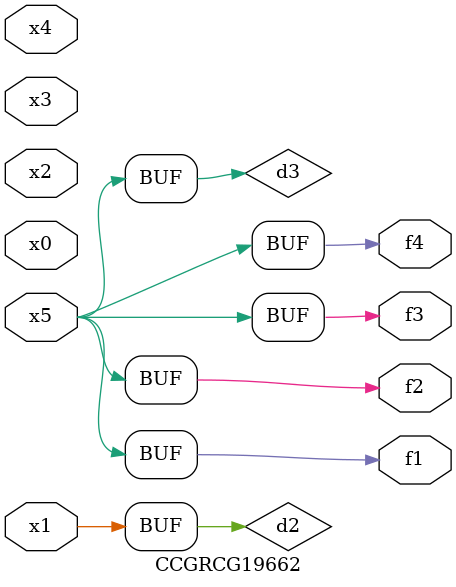
<source format=v>
module CCGRCG19662(
	input x0, x1, x2, x3, x4, x5,
	output f1, f2, f3, f4
);

	wire d1, d2, d3;

	not (d1, x5);
	or (d2, x1);
	xnor (d3, d1);
	assign f1 = d3;
	assign f2 = d3;
	assign f3 = d3;
	assign f4 = d3;
endmodule

</source>
